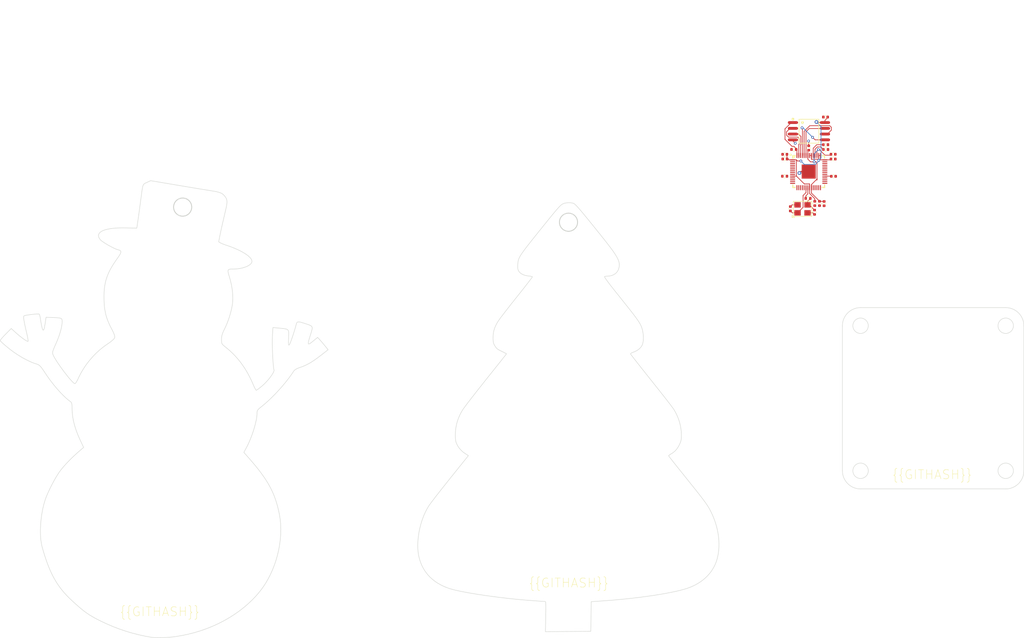
<source format=kicad_pcb>
(kicad_pcb (version 20221018) (generator pcbnew)
  (layers (0 "F.Cu" signal) (31 "B.Cu" signal) (34 "B.Paste" user) (35 "F.Paste" user) (36 "B.SilkS" user "B.Silkscreen") (37 "F.SilkS" user "F.Silkscreen") (38 "B.Mask" user) (39 "F.Mask" user) (44 "Edge.Cuts" user))
  (net 0 "")
  (net 1 "cs")
  (net 2 "io1")
  (net 3 "io2")
  (net 4 "gnd")
  (net 5 "vcc")
  (net 6 "io3")
  (net 7 "sck")
  (net 8 "io0")
  (net 9 "xout")
  (net 10 "out")
  (net 11 "cs-1")
  (net 12 "dp")
  (net 13 "dm")
  (net 14 "tx")
  (net 15 "run")
  (net 16 "xin")
  (net 17 "gpio0")
  (net 18 "gpio1")
  (net 19 "gpio2")
  (net 20 "gpio3")
  (net 21 "rx")
  (net 22 "sda")
  (net 23 "gpio6")
  (net 24 "gpio7")
  (net 25 "miso")
  (net 26 "scl")
  (net 27 "sck-1")
  (net 28 "mosi")
  (net 29 "gpio12")
  (net 30 "gpio13")
  (net 31 "gpio14")
  (net 32 "gpio15")
  (net 33 "micro-vcc")
  (net 34 "swclk")
  (net 35 "swdio")
  (net 36 "gpio16")
  (net 37 "gpio17")
  (net 38 "gpio18")
  (net 39 "gpio19")
  (net 40 "gpio22")
  (net 41 "gpio23")
  (net 42 "gpio24")
  (net 43 "gpio25")
  (net 44 "gpio26_a0")
  (net 45 "gpio27_a1")
  (net 46 "gpio28_a2")
  (net 47 "gpio29_a3")
  (net 48 "usb_dp")
  (net 49 "usb_dm")
  (footprint "lib:R0402" (layer "F.Cu") (at 217.920329 41.840176)
    (fp_text reference "R4" hide)
    (fp_text value "62.5mW Thick Film Resistors ±100ppm/℃ ±1% 27Ω 0402  Chip Resistor - Surface Mount ROHS")
  )
  (footprint "lib:R0402" (layer "F.Cu") (at 210.904604 42.889211)
    (fp_text reference "R2" hide)
    (fp_text value "62.5mW Thick Film Resistors ±100ppm/℃ ±1% 10kΩ 0402  Chip Resistor - Surface Mount ROHS")
  )
  (footprint "lib:C0402" (layer "F.Cu") (at 208.912154 43.961023 180)
    (fp_text reference "C5" hide)
    (fp_text value "16V 100nF X7R ±10% 0402  Multilayer Ceramic Capacitors MLCC - SMD/SMT ROHS")
  )
  (footprint "lib:C0402" (layer "F.Cu") (at 210.145978 55.97333 90)
    (fp_text reference "C1" hide)
    (fp_text value "50V 20pF C0G ±5% 0402  Multilayer Ceramic Capacitors MLCC - SMD/SMT ROHS")
  )
  (footprint "lib:C0402" (layer "F.Cu") (at 219.647836 48.812532)
    (fp_text reference "C7" hide)
    (fp_text value "16V 100nF X7R ±10% 0402  Multilayer Ceramic Capacitors MLCC - SMD/SMT ROHS")
  )
  (footprint "lib:C0402" (layer "F.Cu") (at 216.569449 54.811118 -90)
    (fp_text reference "C11" hide)
    (fp_text value "16V 100nF X7R ±10% 0402  Multilayer Ceramic Capacitors MLCC - SMD/SMT ROHS")
  )
  (footprint "lib:C0402" (layer "F.Cu") (at 219.572229 43.949483)
    (fp_text reference "C10" hide)
    (fp_text value "16V 100nF X7R ±10% 0402  Multilayer Ceramic Capacitors MLCC - SMD/SMT ROHS")
  )
  (footprint "lib:C0402" (layer "F.Cu") (at 214.178902 42.565059 90)
    (fp_text reference "C9" hide)
    (fp_text value "16V 100nF X7R ±10% 0402  Multilayer Ceramic Capacitors MLCC - SMD/SMT ROHS")
  )
  (footprint "lib:C0402" (layer "F.Cu") (at 217.583653 54.839553 -90)
    (fp_text reference "C12" hide)
    (fp_text value "25V 1uF X5R ±10% 0402  Multilayer Ceramic Capacitors MLCC - SMD/SMT ROHS")
  )
  (footprint "lib:C0402" (layer "F.Cu") (at 215.470099 56.743259 -90)
    (fp_text reference "C2" hide)
    (fp_text value "50V 20pF C0G ±5% 0402  Multilayer Ceramic Capacitors MLCC - SMD/SMT ROHS")
  )
  (footprint "lib:R0402" (layer "F.Cu") (at 217.933285 42.902631 180)
    (fp_text reference "R5" hide)
    (fp_text value "62.5mW Thick Film Resistors ±100ppm/℃ ±1% 27Ω 0402  Chip Resistor - Surface Mount ROHS")
  )
  (footprint "lib:OSC-SMD_4P-L3.2-W2.5-BL" (layer "F.Cu") (at 212.827034 55.996559)
    (fp_text reference "U2" hide)
    (fp_text value "")
  )
  (footprint "lib:C0402" (layer "F.Cu") (at 217.892441 35.744532 180)
    (fp_text reference "C8" hide)
    (fp_text value "25V 1uF X5R ±10% 0402  Multilayer Ceramic Capacitors MLCC - SMD/SMT ROHS")
  )
  (footprint "lib:R0402" (layer "F.Cu") (at 214.029061 53.688372)
    (fp_text reference "R3" hide)
    (fp_text value "62.5mW Thick Film Resistors ±100ppm/℃ ±1% 1kΩ 0402  Chip Resistor - Surface Mount ROHS")
  )
  (footprint "lib:C0402" (layer "F.Cu") (at 215.522494 54.811118 -90)
    (fp_text reference "C3" hide)
    (fp_text value "16V 100nF X7R ±10% 0402  Multilayer Ceramic Capacitors MLCC - SMD/SMT ROHS")
  )
  (footprint "lib:LQFN-56_L7.0-W7.0-P0.4-EP" (layer "F.Cu") (at 214.19 47.775)
    (fp_text reference "U1" hide)
    (fp_text value "")
  )
  (footprint "lib:R0402" (layer "F.Cu") (at 208.882969 48.794128 180)
    (fp_text reference "R1" hide)
    (fp_text value "62.5mW Thick Film Resistors ±100ppm/℃ ±1% 10kΩ 0402  Chip Resistor - Surface Mount ROHS")
  )
  (footprint "lib:C0402" (layer "F.Cu") (at 208.94019 44.999749 180)
    (fp_text reference "C6" hide)
    (fp_text value "16V 100nF X7R ±10% 0402  Multilayer Ceramic Capacitors MLCC - SMD/SMT ROHS")
  )
  (footprint "lib:C0402" (layer "F.Cu") (at 219.572229 45.006223)
    (fp_text reference "C4" hide)
    (fp_text value "16V 100nF X7R ±10% 0402  Multilayer Ceramic Capacitors MLCC - SMD/SMT ROHS")
  )
  (footprint "lib:SOIC-8_L5.3-W5.3-P1.27-LS8.0-BL" (layer "F.Cu") (at 214.240314 38.866072 -90)
    (fp_text reference "U3" hide)
    (fp_text value "")
  )
  (gr_circle (center 225.62 81.79) (end 227.32 81.79) (stroke (width 0.1)) (fill none) (layer "Edge.Cuts"))
  (gr_circle (center 257.62 113.79) (end 259.32 113.79) (stroke (width 0.1)) (fill none) (layer "Edge.Cuts"))
  (gr_circle (center 257.62 81.79) (end 259.32 81.79) (stroke (width 0.1)) (fill none) (layer "Edge.Cuts"))
  (gr_poly (pts (xy 75.142222 50.797022) (xy 79.756606 51.568267) (xy 82.366969 51.99203) (xy 83.019066 52.095762) (xy 83.303876 52.146979) (xy 83.563537 52.198618) (xy 83.799806 52.251323) (xy 84.01444 52.305736) (xy 84.209196 52.362498) (xy 84.385831 52.422252) (xy 84.546102 52.485641) (xy 84.691766 52.553306) (xy 84.824581 52.62589) (xy 84.946303 52.704035) (xy 85.05869 52.788383) (xy 85.163499 52.879577) (xy 85.262486 52.978258) (xy 85.357409 53.08507) (xy 85.479286 53.234958) (xy 85.586233 53.378736) (xy 85.634185 53.44915) (xy 85.678498 53.519015) (xy 85.719202 53.588656) (xy 85.75633 53.658402) (xy 85.789911 53.728576) (xy 85.819976 53.799506) (xy 85.846558 53.871517) (xy 85.869686 53.944936) (xy 85.889392 54.020089) (xy 85.905707 54.097301) (xy 85.918662 54.176899) (xy 85.928287 54.259209) (xy 85.934615 54.344557) (xy 85.937675 54.433269) (xy 85.937499 54.525672) (xy 85.934119 54.62209) (xy 85.927564 54.722851) (xy 85.917866 54.82828) (xy 85.889166 55.054449) (xy 85.848266 55.303204) (xy 85.795414 55.577155) (xy 85.730859 55.878909) (xy 85.654849 56.211077) (xy 84.878546 59.55341) (xy 84.657875 60.550977) (xy 84.450892 61.532488) (xy 84.331406 62.116419) (xy 84.229648 62.629765) (xy 84.15639 63.017063) (xy 84.122409 63.222849) (xy 84.123062 63.236814) (xy 84.127967 63.251873) (xy 84.137065 63.268001) (xy 84.150302 63.285171) (xy 84.167619 63.303357) (xy 84.188962 63.322534) (xy 84.214273 63.342674) (xy 84.243497 63.363751) (xy 84.313454 63.408613) (xy 84.398381 63.456909) (xy 84.497828 63.50843) (xy 84.611342 63.562966) (xy 84.738473 63.620306) (xy 84.878767 63.680241) (xy 85.031775 63.742561) (xy 85.197043 63.807056) (xy 85.374121 63.873515) (xy 85.562558 63.94173) (xy 85.7619 64.011489) (xy 85.971698 64.082583) (xy 86.585981 64.296029) (xy 87.172975 64.516947) (xy 87.730729 64.744054) (xy 88.257293 64.976069) (xy 88.75072 65.211708) (xy 89.209058 65.449689) (xy 89.63036 65.68873) (xy 90.012676 65.927548) (xy 90.354056 66.16486) (xy 90.652552 66.399385) (xy 90.906214 66.629839) (xy 91.113092 66.85494) (xy 91.271238 67.073405) (xy 91.378702 67.283953) (xy 91.412819 67.385857) (xy 91.433535 67.485301) (xy 91.440605 67.582123) (xy 91.433787 67.676165) (xy 91.41712 67.753004) (xy 91.390362 67.829368) (xy 91.35383 67.905131) (xy 91.307839 67.980165) (xy 91.252707 68.054343) (xy 91.188749 68.12754) (xy 91.116281 68.199626) (xy 91.03562 68.270477) (xy 90.947082 68.339964) (xy 90.850984 68.407961) (xy 90.747641 68.47434) (xy 90.637371 68.538975) (xy 90.520488 68.601739) (xy 90.39731 68.662505) (xy 90.268153 68.721145) (xy 90.133332 68.777534) (xy 89.993165 68.831543) (xy 89.847967 68.883047) (xy 89.543745 68.978027) (xy 89.223197 69.06146) (xy 88.888852 69.132329) (xy 88.54324 69.189618) (xy 88.188892 69.232313) (xy 88.009232 69.24787) (xy 87.828337 69.259397) (xy 87.646523 69.266767) (xy 87.464106 69.269854) (xy 87.202959 69.272042) (xy 86.97453 69.277492) (xy 86.777472 69.288473) (xy 86.690288 69.296746) (xy 86.610443 69.307253) (xy 86.537768 69.320276) (xy 86.472096 69.3361) (xy 86.413258 69.355009) (xy 86.361087 69.377285) (xy 86.315414 69.403211) (xy 86.276071 69.433073) (xy 86.24289 69.467154) (xy 86.215703 69.505736) (xy 86.194342 69.549103) (xy 86.178638 69.59754) (xy 86.168424 69.65133) (xy 86.163532 69.710755) (xy 86.163793 69.776101) (xy 86.169039 69.847649) (xy 86.179102 69.925685) (xy 86.193814 70.010491) (xy 86.236514 70.20155) (xy 86.295792 70.423093) (xy 86.370304 70.677389) (xy 86.458705 70.966708) (xy 86.582128 71.384478) (xy 86.694998 71.803093) (xy 86.797211 72.221567) (xy 86.888665 72.638919) (xy 86.969257 73.054166) (xy 87.038885 73.466323) (xy 87.097447 73.874409) (xy 87.144838 74.277439) (xy 87.180958 74.674432) (xy 87.205702 75.064404) (xy 87.21897 75.446371) (xy 87.220657 75.819352) (xy 87.210662 76.182361) (xy 87.188881 76.534418) (xy 87.155212 76.874538) (xy 87.109553 77.201739) (xy 86.986123 77.871628) (xy 86.830027 78.558912) (xy 86.643845 79.255662) (xy 86.430157 79.953949) (xy 86.19154 80.645848) (xy 85.930575 81.323429) (xy 85.649841 81.978766) (xy 85.351916 82.60393) (xy 85.189192 82.938586) (xy 85.118752 83.093315) (xy 85.055229 83.240939) (xy 84.998352 83.382431) (xy 84.947849 83.518761) (xy 84.903447 83.650903) (xy 84.864875 83.779828) (xy 84.831859 83.906506) (xy 84.804129 84.031911) (xy 84.781412 84.157013) (xy 84.763435 84.282785) (xy 84.749927 84.410197) (xy 84.740615 84.540223) (xy 84.735228 84.673833) (xy 84.733493 84.811999) (xy 84.736223 85.129082) (xy 84.741369 85.261496) (xy 84.750575 85.379459) (xy 84.764997 85.485194) (xy 84.774524 85.534172) (xy 84.785789 85.580928) (xy 84.798934 85.625739) (xy 84.814106 85.668884) (xy 84.831447 85.710641) (xy 84.851104 85.751288) (xy 84.873219 85.791103) (xy 84.897937 85.830364) (xy 84.925403 85.869349) (xy 84.955761 85.908337) (xy 84.989155 85.947605) (xy 85.02573 85.987432) (xy 85.109 86.069873) (xy 85.206725 86.157886) (xy 85.320061 86.253696) (xy 85.598185 86.477602) (xy 86.096863 86.886277) (xy 86.577755 87.306529) (xy 87.04138 87.739064) (xy 87.488258 88.184586) (xy 87.918909 88.6438) (xy 88.333852 89.117412) (xy 88.733607 89.606125) (xy 89.118694 90.110646) (xy 89.489632 90.631678) (xy 89.846941 91.169927) (xy 90.19114 91.726098) (xy 90.52275 92.300895) (xy 90.84229 92.895024) (xy 91.150279 93.509189) (xy 91.447237 94.144095) (xy 91.733683 94.800448) (xy 91.84059 95.047283) (xy 91.945802 95.277558) (xy 92.046625 95.486234) (xy 92.140364 95.668271) (xy 92.224324 95.818627) (xy 92.295813 95.932265) (xy 92.326039 95.973739) (xy 92.352136 96.004143) (xy 92.373767 96.022848) (xy 92.382804 96.027616) (xy 92.390597 96.029223) (xy 92.399173 96.028006) (xy 92.410522 96.024397) (xy 92.441219 96.010237) (xy 92.482045 95.987221) (xy 92.53236 95.955824) (xy 92.591521 95.916524) (xy 92.658887 95.869798) (xy 92.815666 95.755976) (xy 92.997564 95.618173) (xy 93.199447 95.460204) (xy 93.416182 95.285885) (xy 93.642634 95.099032) (xy 93.891007 94.882848) (xy 94.141366 94.648628) (xy 94.390948 94.400061) (xy 94.636991 94.140836) (xy 94.87673 93.874641) (xy 95.107403 93.605164) (xy 95.326247 93.336095) (xy 95.530498 93.071122) (xy 95.717394 92.813933) (xy 95.884171 92.568218) (xy 96.028066 92.337665) (xy 96.146316 92.125962) (xy 96.236159 91.936798) (xy 96.294829 91.773863) (xy 96.311612 91.703383) (xy 96.319566 91.640844) (xy 96.318345 91.586706) (xy 96.307605 91.54143) (xy 96.264441 91.378418) (xy 96.221593 91.121805) (xy 96.138989 90.373142) (xy 96.064068 89.386161) (xy 96.001109 88.251583) (xy 95.954389 87.060129) (xy 95.928186 85.902519) (xy 95.926777 84.869474) (xy 95.95444 84.051714) (xy 96.07471 82.177477) (xy 97.36716 82.304781) (xy 98.13507 82.379263) (xy 98.441266 82.413109) (xy 98.700599 82.449744) (xy 98.916803 82.492956) (xy 99.009898 82.518212) (xy 99.09361 82.546534) (xy 99.168406 82.578395) (xy 99.234753 82.614268) (xy 99.293117 82.654627) (xy 99.343964 82.699946) (xy 99.387763 82.750698) (xy 99.424978 82.807357) (xy 99.456076 82.870396) (xy 99.481525 82.94029) (xy 99.501791 83.017511) (xy 99.51734 83.102533) (xy 99.536155 83.297877) (xy 99.541702 83.530109) (xy 99.537716 83.803018) (xy 99.51607 84.486025) (xy 99.501811 85.019341) (xy 99.495778 85.429631) (xy 99.49953 85.727933) (xy 99.505563 85.838537) (xy 99.514626 85.925284) (xy 99.526915 85.989553) (xy 99.542625 86.032723) (xy 99.551823 86.046828) (xy 99.56195 86.056175) (xy 99.573029 86.060938) (xy 99.585085 86.061289) (xy 99.612224 86.049443) (xy 99.643564 86.022019) (xy 99.679299 85.980395) (xy 99.719623 85.925951) (xy 99.770963 85.835961) (xy 99.83738 85.6921) (xy 100.00736 85.267042) (xy 100.213404 84.699332) (xy 100.439353 84.037526) (xy 100.669049 83.330178) (xy 100.886332 82.625845) (xy 101.075044 81.973082) (xy 101.219027 81.420443) (xy 101.232451 81.367288) (xy 101.246658 81.317349) (xy 101.261814 81.270604) (xy 101.278084 81.227032) (xy 101.295634 81.186611) (xy 101.314631 81.149321) (xy 101.33524 81.115138) (xy 101.357628 81.084043) (xy 101.381959 81.056013) (xy 101.4084 81.031027) (xy 101.437117 81.009064) (xy 101.468275 80.990102) (xy 101.502041 80.974119) (xy 101.538581 80.961095) (xy 101.578059 80.951007) (xy 101.620643 80.943835) (xy 101.666497 80.939556) (xy 101.715788 80.938149) (xy 101.768682 80.939594) (xy 101.825345 80.943867) (xy 101.885942 80.950949) (xy 101.950639 80.960817) (xy 102.019603 80.97345) (xy 102.092998 80.988826) (xy 102.170992 81.006924) (xy 102.253749 81.027723) (xy 102.434219 81.077337) (xy 102.635734 81.137495) (xy 102.859622 81.208025) (xy 103.581471 81.438726) (xy 103.868146 81.535185) (xy 104.108644 81.625316) (xy 104.212356 81.669476) (xy 104.305459 81.713816) (xy 104.388264 81.758923) (xy 104.461082 81.805384) (xy 104.524226 81.853787) (xy 104.578006 81.904719) (xy 104.622735 81.958768) (xy 104.658725 82.01652) (xy 104.686285 82.078563) (xy 104.705729 82.145484) (xy 104.717368 82.217871) (xy 104.721513 82.296311) (xy 104.718476 82.381392) (xy 104.708568 82.4737) (xy 104.692102 82.573823) (xy 104.669388 82.682348) (xy 104.606464 82.926954) (xy 104.522289 83.212218) (xy 104.300158 83.92351) (xy 104.076968 84.658354) (xy 103.993442 84.95378) (xy 103.929762 85.203046) (xy 103.886777 85.407528) (xy 103.865337 85.568604) (xy 103.862962 85.633296) (xy 103.866292 85.687652) (xy 103.875434 85.731846) (xy 103.890492 85.766049) (xy 103.911574 85.790433) (xy 103.938786 85.805172) (xy 103.972234 85.810436) (xy 104.012025 85.806398) (xy 104.058263 85.79323) (xy 104.111056 85.771105) (xy 104.236732 85.700671) (xy 104.3899 85.596472) (xy 104.571411 85.459887) (xy 105.02286 85.095065) (xy 105.918216 84.355181) (xy 106.388476 84.86751) (xy 106.496975 84.987739) (xy 106.625318 85.133369) (xy 106.92254 85.478508) (xy 107.242155 85.858286) (xy 107.546176 86.22806) (xy 108.2336 87.076296) (xy 106.72333 88.254687) (xy 106.031007 88.783192) (xy 105.392025 89.245391) (xy 105.089314 89.453516) (xy 104.796071 89.647331) (xy 104.511007 89.827593) (xy 104.232833 89.995056) (xy 103.960259 90.150478) (xy 103.691998 90.294613) (xy 103.426759 90.428217) (xy 103.163254 90.552046) (xy 102.900193 90.666855) (xy 102.636288 90.773401) (xy 102.370249 90.872439) (xy 102.100787 90.964724) (xy 101.955978 91.013649) (xy 101.818902 91.062832) (xy 101.689432 91.112348) (xy 101.567439 91.162273) (xy 101.452795 91.212683) (xy 101.345371 91.263651) (xy 101.245039 91.315254) (xy 101.151671 91.367567) (xy 101.065138 91.420665) (xy 100.985313 91.474624) (xy 100.912065 91.529517) (xy 100.845269 91.585421) (xy 100.784794 91.642412) (xy 100.730512 91.700563) (xy 100.682296 91.759951) (xy 100.640017 91.82065) (xy 100.313962 92.312951) (xy 99.958065 92.82026) (xy 99.575318 93.339289) (xy 99.168711 93.866747) (xy 98.741234 94.399346) (xy 98.295878 94.933795) (xy 97.835635 95.466804) (xy 97.363494 95.995083) (xy 96.882446 96.515343) (xy 96.395482 97.024295) (xy 95.905593 97.518647) (xy 95.415769 97.995111) (xy 94.929002 98.450396) (xy 94.44828 98.881213) (xy 93.976596 99.284272) (xy 93.51694 99.656283) (xy 93.364132 99.777198) (xy 93.228349 99.887118) (xy 93.108601 99.987555) (xy 93.003899 100.080022) (xy 92.913256 100.166032) (xy 92.835682 100.247098) (xy 92.770188 100.324733) (xy 92.741662 100.362737) (xy 92.715786 100.40045) (xy 92.692435 100.438062) (xy 92.671487 100.475762) (xy 92.652817 100.513738) (xy 92.636302 100.552181) (xy 92.621819 100.591279) (xy 92.609244 100.631221) (xy 92.589322 100.714395) (xy 92.575548 100.803215) (xy 92.566934 100.899195) (xy 92.56249 101.003847) (xy 92.561229 101.118685) (xy 92.548214 101.459191) (xy 92.510172 101.840399) (xy 92.448603 102.257479) (xy 92.365007 102.705605) (xy 92.260885 103.179948) (xy 92.137739 103.675679) (xy 91.997068 104.187971) (xy 91.840373 104.711996) (xy 91.669155 105.242926) (xy 91.484915 105.775933) (xy 91.289154 106.306188) (xy 91.083372 106.828864) (xy 90.86907 107.339132) (xy 90.647749 107.832164) (xy 90.420909 108.303133) (xy 90.190051 108.74721) (xy 89.658061 109.729433) (xy 90.799319 111.025652) (xy 91.552256 111.894452) (xy 92.247519 112.726345) (xy 92.887901 113.52649) (xy 93.476195 114.300047) (xy 94.015193 115.052178) (xy 94.507688 115.788042) (xy 94.956473 116.5128) (xy 95.364341 117.231612) (xy 95.734083 117.949638) (xy 96.068493 118.672038) (xy 96.370364 119.403974) (xy 96.642488 120.150605) (xy 96.887657 120.917091) (xy 97.108665 121.708593) (xy 97.308304 122.530271) (xy 97.489367 123.387286) (xy 97.659586 124.435519) (xy 97.764545 125.512723) (xy 97.805707 126.613102) (xy 97.784533 127.73086) (xy 97.702485 128.860202) (xy 97.561026 129.995332) (xy 97.361618 131.130454) (xy 97.105722 132.259774) (xy 96.794801 133.377494) (xy 96.430316 134.47782) (xy 96.01373 135.554956) (xy 95.546505 136.603107) (xy 95.030102 137.616476) (xy 94.465984 138.589268) (xy 93.855613 139.515689) (xy 93.20045 140.389941) (xy 92.386005 141.350273) (xy 91.510226 142.273552) (xy 90.576227 143.158109) (xy 89.587122 144.002278) (xy 88.546024 144.80439) (xy 87.456048 145.562779) (xy 86.320308 146.275777) (xy 85.141916 146.941716) (xy 83.923988 147.558929) (xy 82.669636 148.125749) (xy 81.381976 148.640508) (xy 80.06412 149.101539) (xy 78.719182 149.507174) (xy 77.350277 149.855747) (xy 75.960518 150.145589) (xy 74.553019 150.375033) (xy 73.862872 150.459306) (xy 73.131633 150.525975) (xy 72.383923 150.574372) (xy 71.644361 150.603827) (xy 70.93757 150.613671) (xy 70.288169 150.603235) (xy 69.720779 150.57185) (xy 69.475532 150.548093) (xy 69.26002 150.518847) (xy 69.260051 150.518832) (xy 67.831835 150.262486) (xy 66.416949 149.953785) (xy 65.016193 149.592984) (xy 63.630368 149.180338) (xy 62.260274 148.716103) (xy 60.90671 148.200532) (xy 59.570477 147.633881) (xy 58.252375 147.016405) (xy 57.283074 146.528505) (xy 56.847829 146.298277) (xy 56.438641 146.072324) (xy 56.050351 145.846994) (xy 55.6778 145.618633) (xy 55.315827 145.383588) (xy 54.959273 145.138205) (xy 54.602979 144.87883) (xy 54.241783 144.601811) (xy 53.870528 144.303492) (xy 53.484054 143.980222) (xy 52.644807 143.244211) (xy 51.682765 142.36455) (xy 51.097036 141.804159) (xy 50.54538 141.238954) (xy 50.025658 140.665073) (xy 49.535731 140.078649) (xy 49.07346 139.475819) (xy 48.636705 138.852719) (xy 48.223328 138.205483) (xy 47.831189 137.530249) (xy 47.458149 136.823151) (xy 47.10207 136.080325) (xy 46.760812 135.297907) (xy 46.432236 134.472032) (xy 46.114202 133.598836) (xy 45.804573 132.674455) (xy 45.501208 131.695024) (xy 45.201968 130.656679) (xy 45.078569 130.147371) (xy 44.978794 129.594224) (xy 44.90231 129.00242) (xy 44.848785 128.377144) (xy 44.817886 127.723579) (xy 44.809281 127.046907) (xy 44.822637 126.352311) (xy 44.857621 125.644974) (xy 44.913901 124.93008) (xy 44.991145 124.212811) (xy 45.089019 123.498351) (xy 45.207191 122.791883) (xy 45.345328 122.098589) (xy 45.503099 121.423652) (xy 45.68017 120.772256) (xy 45.876208 120.149584) (xy 46.005143 119.787909) (xy 46.154924 119.401263) (xy 46.508073 118.570286) (xy 46.917749 117.69111) (xy 47.366047 116.79819) (xy 47.83506 115.92598) (xy 48.306883 115.108937) (xy 48.76361 114.381515) (xy 48.980717 114.062179) (xy 49.187335 113.77817) (xy 49.387433 113.519297) (xy 49.599256 113.255538) (xy 50.056372 112.715109) (xy 50.555279 112.160374) (xy 51.092575 111.594824) (xy 51.664855 111.021952) (xy 52.268718 110.445248) (xy 52.900758 109.868205) (xy 53.557574 109.294314) (xy 54.329783 108.634142) (xy 53.616031 107.110232) (xy 53.390001 106.6154) (xy 53.179365 106.128819) (xy 52.984012 105.650049) (xy 52.803829 105.178652) (xy 52.638704 104.71419) (xy 52.488525 104.256224) (xy 52.353181 103.804315) (xy 52.232559 103.358025) (xy 52.126547 102.916915) (xy 52.035034 102.480548) (xy 51.957906 102.048484) (xy 51.895053 101.620284) (xy 51.846363 101.195511) (xy 51.811722 100.773726) (xy 51.79102 100.35449) (xy 51.784144 99.937365) (xy 51.780657 99.620612) (xy 51.776007 99.482669) (xy 51.769161 99.357285) (xy 51.759927 99.243666) (xy 51.748111 99.141014) (xy 51.733519 99.048534) (xy 51.715958 98.96543) (xy 51.695233 98.890904) (xy 51.671153 98.824161) (xy 51.643523 98.764406) (xy 51.612149 98.71084) (xy 51.576839 98.662669) (xy 51.537399 98.619096) (xy 51.493635 98.579325) (xy 51.445353 98.542559) (xy 51.149902 98.324092) (xy 50.839064 98.073347) (xy 50.514896 97.792628) (xy 50.179453 97.484238) (xy 49.834791 97.150482) (xy 49.482966 96.793665) (xy 49.126033 96.41609) (xy 48.766047 96.020062) (xy 48.405065 95.607885) (xy 48.045142 95.181864) (xy 47.688333 94.744302) (xy 47.336694 94.297504) (xy 46.992281 93.843774) (xy 46.657149 93.385417) (xy 46.333354 92.924737) (xy 46.022952 92.464037) (xy 45.611719 91.844971) (xy 45.279782 91.362091) (xy 45.137757 91.165551) (xy 45.008606 90.995655) (xy 44.89001 90.849933) (xy 44.779654 90.725918) (xy 44.675221 90.621143) (xy 44.574392 90.533138) (xy 44.474852 90.459437) (xy 44.374284 90.397571) (xy 44.27037 90.345073) (xy 44.160793 90.299474) (xy 44.043237 90.258307) (xy 43.915385 90.219103) (xy 43.593888 90.117525) (xy 43.255864 89.996009) (xy 42.903268 89.855657) (xy 42.538058 89.697573) (xy 42.162189 89.522858) (xy 41.777618 89.332616) (xy 41.386301 89.127951) (xy 40.990194 88.909964) (xy 40.591254 88.679759) (xy 40.191438 88.438438) (xy 39.792701 88.187105) (xy 39.396999 87.926862) (xy 39.00629 87.658812) (xy 38.622529 87.384058) (xy 38.247673 87.103703) (xy 37.883677 86.81885) (xy 37.49456 86.502783) (xy 37.131548 86.199554) (xy 36.802586 85.916398) (xy 36.515619 85.660548) (xy 36.278593 85.439239) (xy 36.099452 85.259705) (xy 36.034071 85.187865) (xy 35.986141 85.129182) (xy 35.956654 85.08456) (xy 35.946605 85.054903) (xy 35.948192 85.042433) (xy 35.952903 85.026953) (xy 35.971384 84.987332) (xy 36.001425 84.936776) (xy 36.042403 84.876021) (xy 36.093695 84.805804) (xy 36.154681 84.726859) (xy 36.224736 84.639924) (xy 36.303239 84.545735) (xy 36.389567 84.445026) (xy 36.483097 84.338536) (xy 36.689276 84.11115) (xy 36.916796 83.869466) (xy 37.037003 83.745102) (xy 37.160678 83.619372) (xy 38.374759 82.395922) (xy 39.365809 83.301684) (xy 39.814301 83.698656) (xy 40.266196 84.075272) (xy 40.704205 84.419302) (xy 41.111041 84.718514) (xy 41.469414 84.960676) (xy 41.625024 85.056541) (xy 41.762035 85.133557) (xy 41.878286 85.190195) (xy 41.971615 85.224926) (xy 42.039863 85.236222) (xy 42.063905 85.232603) (xy 42.080867 85.222552) (xy 42.085566 85.215268) (xy 42.089233 85.203934) (xy 42.093537 85.169549) (xy 42.093921 85.120268) (xy 42.090523 85.056964) (xy 42.083485 84.98051) (xy 42.072948 84.891778) (xy 42.059051 84.79164) (xy 42.041937 84.68097) (xy 41.998614 84.43152) (xy 41.944105 84.150408) (xy 41.879534 83.844615) (xy 41.806025 83.52112) (xy 41.578977 82.541169) (xy 41.399614 81.732306) (xy 41.265507 81.079136) (xy 41.174225 80.56626) (xy 41.123338 80.17828) (xy 41.112283 80.026315) (xy 41.110416 79.899799) (xy 41.117432 79.796809) (xy 41.133029 79.71542) (xy 41.156901 79.653706) (xy 41.188746 79.609743) (xy 41.213078 79.592846) (xy 41.252556 79.575085) (xy 41.372962 79.537437) (xy 41.541984 79.497733) (xy 41.751641 79.456905) (xy 42.26094 79.37561) (xy 42.837013 79.301016) (xy 43.416018 79.240586) (xy 43.934111 79.201782) (xy 44.150364 79.192822) (xy 44.327447 79.192067) (xy 44.45738 79.20045) (xy 44.532183 79.218905) (xy 44.538527 79.223215) (xy 44.545097 79.229471) (xy 44.551878 79.23762) (xy 44.558855 79.247608) (xy 44.573336 79.272888) (xy 44.588416 79.304879) (xy 44.603974 79.343154) (xy 44.619887 79.387282) (xy 44.636031 79.436835) (xy 44.652284 79.491383) (xy 44.668525 79.550496) (xy 44.684629 79.613746) (xy 44.700475 79.680703) (xy 44.715939 79.750937) (xy 44.7309 79.82402) (xy 44.745234 79.899521) (xy 44.75882 79.977012) (xy 44.771533 80.056063) (xy 44.946351 81.130774) (xy 45.025944 81.564983) (xy 45.101061 81.931234) (xy 45.172253 82.230134) (xy 45.24007 82.462288) (xy 45.305063 82.628302) (xy 45.336673 82.686696) (xy 45.367783 82.728781) (xy 45.398463 82.754634) (xy 45.428781 82.764331) (xy 45.458807 82.757947) (xy 45.488608 82.735557) (xy 45.518254 82.697238) (xy 45.547814 82.643066) (xy 45.606951 82.487462) (xy 45.666568 82.269351) (xy 45.727218 81.98934) (xy 45.78945 81.648032) (xy 45.853816 81.246035) (xy 46.055377 79.918581) (xy 47.417926 79.96628) (xy 48.109143 79.993687) (xy 48.392021 80.009194) (xy 48.636741 80.027435) (xy 48.846051 80.049559) (xy 49.022696 80.076715) (xy 49.169424 80.110051) (xy 49.288982 80.150717) (xy 49.339431 80.174158) (xy 49.384117 80.199861) (xy 49.423385 80.227972) (xy 49.457577 80.258632) (xy 49.487036 80.291987) (xy 49.512107 80.32818) (xy 49.533132 80.367353) (xy 49.550455 80.409652) (xy 49.575367 80.504197) (xy 49.589592 80.612965) (xy 49.595876 80.737105) (xy 49.596965 80.877764) (xy 49.590289 81.099803) (xy 49.571905 81.336737) (xy 49.542029 81.587807) (xy 49.500879 81.852253) (xy 49.448672 82.129318) (xy 49.385623 82.418243) (xy 49.311951 82.718269) (xy 49.227873 83.028637) (xy 49.133604 83.34859) (xy 49.029362 83.677367) (xy 48.915364 84.014212) (xy 48.791827 84.358364) (xy 48.658967 84.709065) (xy 48.517002 85.065558) (xy 48.366148 85.427082) (xy 48.206622 85.792879) (xy 47.949769 86.374791) (xy 47.755997 86.832451) (xy 47.68104 87.021721) (xy 47.619784 87.188367) (xy 47.571537 87.335205) (xy 47.535609 87.465048) (xy 47.511311 87.580709) (xy 47.497952 87.685002) (xy 47.494842 87.78074) (xy 47.501291 87.870737) (xy 47.516609 87.957807) (xy 47.540106 88.044763) (xy 47.571091 88.134418) (xy 47.608874 88.229586) (xy 47.761079 88.551834) (xy 47.975096 88.939463) (xy 48.241913 89.380584) (xy 48.55252 89.863307) (xy 49.269066 90.905997) (xy 50.052651 91.972411) (xy 50.831193 92.967426) (xy 51.196047 93.408433) (xy 51.532609 93.795921) (xy 51.831869 94.117998) (xy 52.084818 94.362774) (xy 52.282443 94.518359) (xy 52.357694 94.558989) (xy 52.415736 94.572863) (xy 52.426811 94.571375) (xy 52.439084 94.56696) (xy 52.452509 94.559691) (xy 52.467041 94.549641) (xy 52.482633 94.536883) (xy 52.499239 94.521489) (xy 52.516813 94.503532) (xy 52.535309 94.483086) (xy 52.574881 94.435018) (xy 52.617586 94.377866) (xy 52.663055 94.312214) (xy 52.710918 94.238646) (xy 52.760808 94.157745) (xy 52.812354 94.070093) (xy 52.865187 93.976276) (xy 52.918939 93.876875) (xy 52.97324 93.772474) (xy 53.02772 93.663657) (xy 53.082012 93.551007) (xy 53.135745 93.435107) (xy 53.405424 92.869327) (xy 53.69623 92.311615) (xy 54.007442 91.76282) (xy 54.338342 91.223792) (xy 54.688208 90.695381) (xy 55.05632 90.178436) (xy 55.441958 89.673808) (xy 55.844402 89.182347) (xy 56.262932 88.704901) (xy 56.696828 88.242322) (xy 57.145369 87.795459) (xy 57.607836 87.365163) (xy 58.083508 86.952281) (xy 58.571665 86.557666) (xy 59.071586 86.182166) (xy 59.582553 85.826632) (xy 59.914962 85.598282) (xy 60.214172 85.3804) (xy 60.477869 85.17504) (xy 60.595674 85.077698) (xy 60.703732 84.984257) (xy 60.801753 84.894974) (xy 60.889447 84.810106) (xy 60.966524 84.72991) (xy 61.032694 84.654642) (xy 61.087669 84.584559) (xy 61.131158 84.519919) (xy 61.162872 84.460977) (xy 61.182521 84.407992) (xy 61.189444 84.378526) (xy 61.194656 84.347449) (xy 61.198136 84.314702) (xy 61.199864 84.280227) (xy 61.197977 84.205863) (xy 61.188829 84.123892) (xy 61.172254 84.033852) (xy 61.148084 83.935279) (xy 61.116154 83.82771) (xy 61.076297 83.71068) (xy 61.028345 83.583727) (xy 60.972134 83.446388) (xy 60.907495 83.298197) (xy 60.834263 83.138693) (xy 60.75227 82.967412) (xy 60.661351 82.783889) (xy 60.561339 82.587662) (xy 60.452067 82.378268) (xy 60.237971 81.961359) (xy 60.041673 81.555601) (xy 59.862568 81.158484) (xy 59.700049 80.767498) (xy 59.553508 80.380135) (xy 59.422339 79.993885) (xy 59.305935 79.60624) (xy 59.203689 79.21469) (xy 59.114995 78.816725) (xy 59.039245 78.409838) (xy 58.975833 77.991518) (xy 58.924151 77.559256) (xy 58.883594 77.110544) (xy 58.853553 76.642872) (xy 58.833423 76.153731) (xy 58.822596 75.640612) (xy 58.82378 75.019765) (xy 58.843433 74.425285) (xy 58.882591 73.854032) (xy 58.942291 73.302869) (xy 59.023569 72.768658) (xy 59.127459 72.248262) (xy 59.255 71.738542) (xy 59.407225 71.236361) (xy 59.585172 70.73858) (xy 59.789877 70.242062) (xy 60.022374 69.743669) (xy 60.283701 69.240263) (xy 60.574893 68.728705) (xy 60.896986 68.205859) (xy 61.251015 67.668586) (xy 61.638018 67.113749) (xy 61.84244 66.825076) (xy 62.020375 66.566593) (xy 62.17201 66.336298) (xy 62.29753 66.132187) (xy 62.397121 65.95226) (xy 62.470968 65.794512) (xy 62.498296 65.72333) (xy 62.519258 65.656942) (xy 62.533877 65.595098) (xy 62.542176 65.537547) (xy 62.544179 65.484039) (xy 62.539908 65.434323) (xy 62.529387 65.388151) (xy 62.512639 65.34527) (xy 62.489688 65.305431) (xy 62.460556 65.268384) (xy 62.425267 65.233878) (xy 62.383844 65.201662) (xy 62.33631 65.171487) (xy 62.282689 65.143103) (xy 62.157276 65.090703) (xy 62.007792 65.042459) (xy 61.834422 64.996371) (xy 61.657986 64.943069) (xy 61.445562 64.862593) (xy 61.203024 64.758325) (xy 60.93625 64.633653) (xy 60.353499 64.336631) (xy 59.744319 63.998608) (xy 59.155721 63.646664) (xy 58.634716 63.307879) (xy 58.414252 63.151884) (xy 58.228316 63.009334) (xy 58.082783 62.883614) (xy 57.983531 62.778109) (xy 57.869943 62.622242) (xy 57.777351 62.470362) (xy 57.705558 62.322559) (xy 57.654369 62.178917) (xy 57.623588 62.039526) (xy 57.613018 61.904471) (xy 57.622463 61.773839) (xy 57.651728 61.647718) (xy 57.700616 61.526195) (xy 57.768931 61.409356) (xy 57.856477 61.297289) (xy 57.963058 61.190081) (xy 58.088479 61.087819) (xy 58.232542 60.99059) (xy 58.395052 60.89848) (xy 58.575812 60.811578) (xy 58.774627 60.72997) (xy 58.991301 60.653743) (xy 59.225638 60.582984) (xy 59.477441 60.51778) (xy 59.746514 60.458218) (xy 60.032661 60.404385) (xy 60.335687 60.356369) (xy 60.655395 60.314256) (xy 60.991589 60.278134) (xy 61.344073 60.248089) (xy 61.712651 60.224208) (xy 62.097127 60.20658) (xy 62.497305 60.195289) (xy 62.912988 60.190424) (xy 63.343981 60.192072) (xy 63.790088 60.20032) (xy 66.056857 60.258219) (xy 66.273486 58.80189) (xy 66.542465 56.891029) (xy 66.884944 54.341891) (xy 67.190183 52.053843) (xy 67.248082 51.679802) (xy 67.303557 51.37005) (xy 67.359078 51.117137) (xy 67.417116 50.913616) (xy 67.48014 50.752035) (xy 67.55062 50.624945) (xy 67.631027 50.524898) (xy 67.72383 50.444442) (xy 67.831501 50.37613) (xy 67.956508 50.312512) (xy 68.268412 50.169558) (xy 69.100734 49.778315)) (stroke (width 0.1)) (fill none) (layer "Edge.Cuts"))
  (gr_arc (start 261.62 113.79) (mid 260.448427 116.618427) (end 257.62 117.79) (stroke (width 0.1)) (layer "Edge.Cuts"))
  (gr_arc (start 225.62 117.79) (mid 222.791573 116.618427) (end 221.62 113.79) (stroke (width 0.1)) (layer "Edge.Cuts"))
  (gr_line (start 261.62 113.79) (end 261.62 81.79) (stroke (width 0.1)) (layer "Edge.Cuts"))
  (gr_circle (center 161.229974 58.946031) (end 163.229974 58.946031) (stroke (width 0.2)) (fill none) (layer "Edge.Cuts"))
  (gr_line (start 221.62 81.79) (end 221.62 113.79) (stroke (width 0.1)) (layer "Edge.Cuts"))
  (gr_arc (start 257.62 77.79) (mid 260.448427 78.961573) (end 261.62 81.79) (stroke (width 0.1)) (layer "Edge.Cuts"))
  (gr_poly (pts (xy 161.429183 54.643361) (xy 161.588699 54.648976) (xy 161.743405 54.660128) (xy 161.8913 54.67685) (xy 162.030385 54.699174) (xy 162.158659 54.727132) (xy 162.274122 54.760758) (xy 162.374774 54.800082) (xy 162.418214 54.822065) (xy 162.465501 54.850416) (xy 162.517128 54.885713) (xy 162.573587 54.928531) (xy 162.702967 55.039035) (xy 162.857578 55.186538) (xy 163.041357 55.37565) (xy 163.258241 55.610981) (xy 163.512165 55.897139) (xy 163.807067 56.238735) (xy 164.146884 56.640378) (xy 164.53555 57.106678) (xy 164.977005 57.642244) (xy 165.475183 58.251687) (xy 166.657456 59.710639) (xy 168.113864 61.520411) (xy 169.490282 63.25197) (xy 170.562092 64.650979) (xy 170.993296 65.243203) (xy 171.359779 65.7732) (xy 171.665351 66.247941) (xy 171.913823 66.674396) (xy 172.109006 67.059535) (xy 172.254708 67.41033) (xy 172.354741 67.733749) (xy 172.412915 68.036764) (xy 172.433041 68.326344) (xy 172.418927 68.609461) (xy 172.374385 68.893084) (xy 172.303226 69.184183) (xy 172.274597 69.278158) (xy 172.242 69.369887) (xy 172.205507 69.459324) (xy 172.165188 69.546423) (xy 172.121114 69.631137) (xy 172.073357 69.713419) (xy 172.021987 69.793223) (xy 171.967076 69.870502) (xy 171.908694 69.945208) (xy 171.846914 70.017296) (xy 171.781806 70.08672) (xy 171.71344 70.153431) (xy 171.641889 70.217383) (xy 171.567223 70.278531) (xy 171.489513 70.336826) (xy 171.408831 70.392223) (xy 171.325247 70.444674) (xy 171.238833 70.494134) (xy 171.14966 70.540554) (xy 171.057799 70.58389) (xy 170.96332 70.624093) (xy 170.866295 70.661118) (xy 170.766796 70.694917) (xy 170.664893 70.725444) (xy 170.560657 70.752652) (xy 170.45416 70.776495) (xy 170.345472 70.796926) (xy 170.234664 70.813898) (xy 170.121809 70.827364) (xy 170.006976 70.837278) (xy 169.890237 70.843593) (xy 169.771663 70.846262) (xy 169.726607 70.847177) (xy 169.681188 70.849133) (xy 169.590479 70.855957) (xy 169.501974 70.8663) (xy 169.418107 70.879728) (xy 169.378675 70.887463) (xy 169.341315 70.895806) (xy 169.306334 70.904703) (xy 169.274034 70.9141) (xy 169.244721 70.923942) (xy 169.218699 70.934176) (xy 169.196272 70.944746) (xy 169.177745 70.955599) (xy 169.171643 70.965792) (xy 169.172154 70.983757) (xy 169.17922 71.009417) (xy 169.192785 71.042693) (xy 169.239181 71.131786) (xy 169.310885 71.250417) (xy 169.407439 71.397965) (xy 169.528385 71.573811) (xy 169.673265 71.777334) (xy 169.841623 72.007915) (xy 170.246938 72.547768) (xy 170.740668 73.18841) (xy 171.319154 73.924882) (xy 171.978732 74.752222) (xy 174.641332 78.093405) (xy 175.537111 79.246786) (xy 176.200008 80.134787) (xy 176.673118 80.816979) (xy 176.99954 81.352933) (xy 177.222371 81.802218) (xy 177.384708 82.224406) (xy 177.462833 82.472098) (xy 177.531331 82.72855) (xy 177.59016 82.991701) (xy 177.639284 83.259489) (xy 177.678662 83.529854) (xy 177.708257 83.800735) (xy 177.728028 84.070071) (xy 177.737937 84.335802) (xy 177.737946 84.595867) (xy 177.728014 84.848205) (xy 177.708104 85.090755) (xy 177.678176 85.321456) (xy 177.638191 85.538248) (xy 177.588111 85.739069) (xy 177.527896 85.92186) (xy 177.457507 86.084559) (xy 177.391656 86.207668) (xy 177.318059 86.327563) (xy 177.236853 86.444134) (xy 177.148173 86.557272) (xy 177.052156 86.666869) (xy 176.948938 86.772814) (xy 176.838657 86.874999) (xy 176.721448 86.973315) (xy 176.597448 87.067652) (xy 176.466794 87.157903) (xy 176.32962 87.243956) (xy 176.186065 87.325705) (xy 176.036265 87.403039) (xy 175.880355 87.475849) (xy 175.718473 87.544027) (xy 175.550754 87.607462) (xy 175.482045 87.632835) (xy 175.415483 87.658969) (xy 175.351405 87.685667) (xy 175.290146 87.712731) (xy 175.23204 87.739963) (xy 175.177423 87.767164) (xy 175.126631 87.794136) (xy 175.079997 87.820681) (xy 175.037859 87.846601) (xy 175.00055 87.871698) (xy 174.968407 87.895773) (xy 174.941764 87.918629) (xy 174.920956 87.940066) (xy 174.90632 87.959888) (xy 174.898189 87.977896) (xy 174.896668 87.986157) (xy 174.8969 87.993891) (xy 174.922027 88.037315) (xy 174.991394 88.135797) (xy 175.25375 88.486297) (xy 176.209258 89.720013) (xy 177.617844 91.508896) (xy 179.333926 93.666804) (xy 181.092323 95.879526) (xy 182.616098 97.817656) (xy 183.742073 99.272256) (xy 184.307071 100.034388) (xy 184.515284 100.360502) (xy 184.7117 100.694247) (xy 184.896111 101.034954) (xy 185.068309 101.381957) (xy 185.228084 101.734588) (xy 185.375229 102.092181) (xy 185.509535 102.454068) (xy 185.630794 102.819582) (xy 185.738797 103.188056) (xy 185.833335 103.558822) (xy 185.914201 103.931214) (xy 185.981186 104.304563) (xy 186.034081 104.678204) (xy 186.072678 105.051468) (xy 186.096768 105.423689) (xy 186.106143 105.794199) (xy 186.105091 106.172735) (xy 186.095928 106.491761) (xy 186.087599 106.633067) (xy 186.076394 106.764426) (xy 186.062032 106.887483) (xy 186.044229 107.003882) (xy 186.022703 107.115265) (xy 185.997171 107.223277) (xy 185.967351 107.329562) (xy 185.932961 107.435763) (xy 185.893716 107.543524) (xy 185.849336 107.654488) (xy 185.744037 107.892603) (xy 185.654537 108.079442) (xy 185.563285 108.257402) (xy 185.469989 108.426825) (xy 185.374358 108.588053) (xy 185.276102 108.741425) (xy 185.174928 108.887283) (xy 185.070547 109.025968) (xy 184.962667 109.15782) (xy 184.850997 109.283181) (xy 184.735246 109.402392) (xy 184.615122 109.515794) (xy 184.490336 109.623727) (xy 184.360596 109.726532) (xy 184.22561 109.824551) (xy 184.085088 109.918125) (xy 183.938739 110.007593) (xy 183.810996 110.084401) (xy 183.691836 110.159793) (xy 183.583867 110.231854) (xy 183.489696 110.298666) (xy 183.41193 110.358313) (xy 183.380014 110.384851) (xy 183.353176 110.408878) (xy 183.331744 110.430155) (xy 183.316042 110.448443) (xy 183.306397 110.463502) (xy 183.303947 110.469746) (xy 183.303134 110.475092) (xy 183.318272 110.503511) (xy 183.362609 110.567965) (xy 183.532916 110.797359) (xy 183.802115 111.148045) (xy 184.158269 111.604794) (xy 185.08369 112.775559) (xy 186.213672 114.187815) (xy 189.362188 118.120691) (xy 190.402126 119.447898) (xy 191.169656 120.462983) (xy 191.727633 121.251467) (xy 192.13891 121.898876) (xy 192.466342 122.490732) (xy 192.772785 123.112559) (xy 193.051147 123.726705) (xy 193.303988 124.346147) (xy 193.531154 124.969731) (xy 193.732492 125.596305) (xy 193.907848 126.224716) (xy 194.05707 126.853811) (xy 194.180003 127.482437) (xy 194.276494 128.109442) (xy 194.346391 128.733673) (xy 194.389538 129.353977) (xy 194.405784 129.969202) (xy 194.394974 130.578194) (xy 194.356955 131.1798) (xy 194.291575 131.772869) (xy 194.198678 132.356247) (xy 194.078113 132.928782) (xy 193.929544 133.476781) (xy 193.74781 134.009233) (xy 193.533455 134.525547) (xy 193.287022 135.025131) (xy 193.009057 135.507395) (xy 192.700103 135.971748) (xy 192.360704 136.4176) (xy 191.991405 136.844359) (xy 191.592749 137.251434) (xy 191.165282 137.638235) (xy 190.709547 138.004171) (xy 190.226087 138.348651) (xy 189.715449 138.671084) (xy 189.178175 138.970879) (xy 188.61481 139.247446) (xy 188.025897 139.500193) (xy 187.387382 139.730873) (xy 186.62691 139.962173) (xy 185.752713 140.192844) (xy 184.773022 140.421641) (xy 182.530085 140.868622) (xy 179.96395 141.293139) (xy 177.140466 141.685214) (xy 174.125485 142.034872) (xy 170.984858 142.332135) (xy 167.784435 142.567026) (xy 166.231372 142.664027) (xy 166.19247 145.936793) (xy 166.153667 149.209559) (xy 161.14812 149.247553) (xy 156.142551 149.285548) (xy 156.211231 145.955256) (xy 156.23825 144.264273) (xy 156.238691 143.682086) (xy 156.22939 143.24944) (xy 156.209575 142.946836) (xy 156.195482 142.838207) (xy 156.178471 142.754778) (xy 156.158445 142.69411) (xy 156.135307 142.653767) (xy 156.108961 142.631312) (xy 156.079311 142.624308) (xy 155.214992 142.57575) (xy 153.588337 142.458798) (xy 151.746032 142.31468) (xy 150.23476 142.184626) (xy 147.951424 141.950142) (xy 145.645248 141.676286) (xy 143.382545 141.373503) (xy 141.229626 141.052239) (xy 139.252805 140.722941) (xy 137.518395 140.396054) (xy 136.092708 140.082025) (xy 135.042056 139.7913) (xy 134.381421 139.556594) (xy 133.752014 139.295735) (xy 133.153989 139.00888) (xy 132.587501 138.696185) (xy 132.052705 138.357807) (xy 131.549756 137.993902) (xy 131.078809 137.604627) (xy 130.64002 137.190138) (xy 130.233542 136.750592) (xy 129.859531 136.286146) (xy 129.518141 135.796955) (xy 129.209529 135.283176) (xy 128.933847 134.744967) (xy 128.691252 134.182482) (xy 128.481899 133.59588) (xy 128.305942 132.985316) (xy 128.169056 132.349397) (xy 128.072975 131.677754) (xy 128.016707 130.975694) (xy 127.999256 130.248525) (xy 128.019631 129.501555) (xy 128.076838 128.740093) (xy 128.169883 127.969445) (xy 128.297773 127.19492) (xy 128.459515 126.421826) (xy 128.654115 125.65547) (xy 128.880581 124.901161) (xy 129.137918 124.164206) (xy 129.425134 123.449914) (xy 129.741235 122.763591) (xy 130.085228 122.110547) (xy 130.456119 121.496088) (xy 130.678839 121.176405) (xy 131.044408 120.681658) (xy 131.533542 120.036727) (xy 132.126955 119.266491) (xy 133.549488 117.449628) (xy 135.157733 115.430109) (xy 139.156955 110.449519) (xy 138.361812 109.926661) (xy 138.191303 109.808793) (xy 138.024907 109.682349) (xy 137.863136 109.547997) (xy 137.706502 109.406407) (xy 137.555518 109.258246) (xy 137.410696 109.104183) (xy 137.27255 108.944887) (xy 137.141591 108.781027) (xy 137.018333 108.613271) (xy 136.903287 108.442289) (xy 136.796967 108.268748) (xy 136.699885 108.093317) (xy 136.612554 107.916666) (xy 136.535485 107.739462) (xy 136.469192 107.562375) (xy 136.414188 107.386072) (xy 136.393025 107.303561) (xy 136.373683 107.213821) (xy 136.356172 107.117074) (xy 136.340506 107.013541) (xy 136.326696 106.903442) (xy 136.314755 106.786999) (xy 136.296527 106.535963) (xy 136.28592 106.262201) (xy 136.28303 105.96748) (xy 136.287955 105.653567) (xy 136.300792 105.32223) (xy 136.322244 104.998512) (xy 136.354436 104.675622) (xy 136.397314 104.353731) (xy 136.450821 104.033012) (xy 136.514903 103.713637) (xy 136.589505 103.395777) (xy 136.67457 103.079605) (xy 136.770045 102.765293) (xy 136.875873 102.453014) (xy 136.991999 102.142939) (xy 137.118369 101.83524) (xy 137.254926 101.53009) (xy 137.401615 101.227661) (xy 137.558383 100.928125) (xy 137.725172 100.631653) (xy 137.901927 100.338419) (xy 138.126212 100.011097) (xy 138.51292 99.483877) (xy 139.040899 98.784161) (xy 139.688993 97.939352) (xy 141.260913 95.92407) (xy 143.059451 93.657252) (xy 146.236175 89.672407) (xy 147.202546 88.449633) (xy 147.557468 87.987986) (xy 147.556054 87.984938) (xy 147.551858 87.980582) (xy 147.535398 87.968089) (xy 147.508643 87.9508) (xy 147.472146 87.929003) (xy 147.372145 87.873051) (xy 147.239832 87.802557) (xy 147.079641 87.719846) (xy 146.896006 87.62724) (xy 146.693363 87.527063) (xy 146.476146 87.421641) (xy 146.164445 87.267635) (xy 146.029652 87.197126) (xy 145.907363 87.129704) (xy 145.796428 87.064435) (xy 145.695696 87.000386) (xy 145.604016 86.936623) (xy 145.520238 86.872216) (xy 145.443212 86.806229) (xy 145.371787 86.737731) (xy 145.304812 86.665788) (xy 145.241137 86.589467) (xy 145.179611 86.507836) (xy 145.119084 86.419962) (xy 145.058406 86.324911) (xy 144.996425 86.221751) (xy 144.936178 86.116882) (xy 144.882127 86.017884) (xy 144.833953 85.923336) (xy 144.791331 85.831816) (xy 144.753942 85.741904) (xy 144.721463 85.652177) (xy 144.693573 85.561215) (xy 144.669949 85.467596) (xy 144.65027 85.3699) (xy 144.634215 85.266704) (xy 144.621462 85.156587) (xy 144.611688 85.038128) (xy 144.604572 84.909906) (xy 144.599793 84.7705) (xy 144.597029 84.618488) (xy 144.595958 84.452448) (xy 144.599628 84.195279) (xy 144.611925 83.944089) (xy 144.633095 83.698112) (xy 144.663381 83.456583) (xy 144.703029 83.218738) (xy 144.752282 82.983811) (xy 144.811387 82.751037) (xy 144.880586 82.519652) (xy 144.960125 82.28889) (xy 145.050249 82.057986) (xy 145.151202 81.826176) (xy 145.26323 81.592694) (xy 145.386575 81.356776) (xy 145.521483 81.117655) (xy 145.6682 80.874568) (xy 145.826969 80.626749) (xy 146.032392 80.333611) (xy 146.358724 79.892071) (xy 147.30702 78.650511) (xy 148.537667 77.075522) (xy 149.916477 75.340556) (xy 151.237226 73.678901) (xy 152.309769 72.303534) (xy 153.024068 71.357417) (xy 153.212489 71.090004) (xy 153.258499 71.015527) (xy 153.270084 70.983515) (xy 153.265966 70.978423) (xy 153.259854 70.973183) (xy 153.251803 70.967809) (xy 153.241867 70.96231) (xy 153.216558 70.950987) (xy 153.184364 70.939307) (xy 153.14572 70.927361) (xy 153.101062 70.915241) (xy 153.050827 70.903038) (xy 152.995449 70.890845) (xy 152.935366 70.878753) (xy 152.871013 70.866854) (xy 152.802825 70.855239) (xy 152.73124 70.844002) (xy 152.656692 70.833232) (xy 152.579618 70.823023) (xy 152.500454 70.813465) (xy 152.419635 70.804652) (xy 152.231149 70.781807) (xy 152.048915 70.752885) (xy 151.873161 70.717993) (xy 151.704112 70.677241) (xy 151.541996 70.63074) (xy 151.387039 70.578598) (xy 151.239467 70.520925) (xy 151.099507 70.457831) (xy 150.967385 70.389425) (xy 150.843329 70.315816) (xy 150.727564 70.237115) (xy 150.620318 70.153431) (xy 150.521817 70.064872) (xy 150.432287 69.97155) (xy 150.351955 69.873574) (xy 150.281047 69.771052) (xy 150.239903 69.703254) (xy 150.203083 69.636552) (xy 150.170436 69.569895) (xy 150.141808 69.502228) (xy 150.117043 69.432499) (xy 150.095989 69.359654) (xy 150.078492 69.282642) (xy 150.064398 69.200408) (xy 150.053553 69.111901) (xy 150.045804 69.016066) (xy 150.040997 68.911851) (xy 150.038978 68.798203) (xy 150.039593 68.674069) (xy 150.042688 68.538396) (xy 150.04811 68.39013) (xy 150.055705 68.22822) (xy 150.072415 67.962758) (xy 150.098332 67.715002) (xy 150.116664 67.59479) (xy 150.139604 67.475438) (xy 150.16792 67.355755) (xy 150.202381 67.234552) (xy 150.243756 67.110641) (xy 150.292814 66.982832) (xy 150.350322 66.849936) (xy 150.41705 66.710763) (xy 150.493766 66.564125) (xy 150.58124 66.408832) (xy 150.680239 66.243695) (xy 150.791532 66.067525) (xy 150.915888 65.879133) (xy 151.054076 65.677329) (xy 151.375022 65.228731) (xy 151.760519 64.712216) (xy 152.216716 64.11827) (xy 152.749763 63.437382) (xy 153.365808 62.660036) (xy 154.871494 60.777918) (xy 157.351611 57.70227) (xy 158.182147 56.694478) (xy 158.801918 55.969401) (xy 159.257611 55.474061) (xy 159.595914 55.15548) (xy 159.735634 55.045918) (xy 159.863513 54.960679) (xy 160.107097 54.83668) (xy 160.2199 54.793912) (xy 160.345893 54.756391) (xy 160.483077 54.724149) (xy 160.629452 54.697218) (xy 160.783018 54.67563) (xy 160.941774 54.659418) (xy 161.10372 54.648615) (xy 161.266857 54.643252)) (stroke (width 0.1)) (fill none) (layer "Edge.Cuts"))
  (gr_line (start 257.62 77.79) (end 225.62 77.79) (stroke (width 0.1)) (layer "Edge.Cuts"))
  (gr_arc (start 221.62 81.79) (mid 222.791573 78.961573) (end 225.62 77.79) (stroke (width 0.1)) (layer "Edge.Cuts"))
  (gr_circle (center 225.62 113.79) (end 227.32 113.79) (stroke (width 0.1)) (fill none) (layer "Edge.Cuts"))
  (gr_circle (center 76.165146 55.61107) (end 78.165146 55.61107) (stroke (width 0.2)) (fill none) (layer "Edge.Cuts"))
  (gr_line (start 225.62 117.79) (end 257.62 117.79) (stroke (width 0.1)) (layer "Edge.Cuts"))
  (gr_text "{{GITHASH}}" (at 152.4 139.7) (layer "F.SilkS") (effects (font (size 2 2) (thickness 0.1)) (justify left bottom)))
  (gr_text "{{GITHASH}}" (at 62.23 146.05) (layer "F.SilkS") (effects (font (size 2 2) (thickness 0.1)) (justify left bottom)))
  (gr_text "{{GITHASH}}" (at 232.508427 115.791573) (layer "F.SilkS") (effects (font (size 2 2) (thickness 0.1)) (justify left bottom)))
  (segment (start 211.99 44.225) (end 212.015 44.25) (width 0.15) (layer "F.Cu") (net 2))
  (segment (start 210.065314 38.236072) (end 209.310314 38.991072) (width 0.15) (layer "F.Cu") (net 2))
  (segment (start 211.7647 40.176072) (end 212.110314 40.521686) (width 0.15) (layer "F.Cu") (net 2))
  (segment (start 212.110314 40.521686) (end 212.110314 41.709498) (width 0.15) (layer "F.Cu") (net 2))
  (segment (start 210.710314 38.236072) (end 210.065314 38.236072) (width 0.15) (layer "F.Cu") (net 2))
  (segment (start 212.015 44.25) (end 212.015 44.45) (width 0.15) (layer "F.Cu") (net 2))
  (segment (start 209.745928 40.176072) (end 211.7647 40.176072) (width 0.15) (layer "F.Cu") (net 2))
  (segment (start 212.110314 41.709498) (end 211.99 41.829812) (width 0.15) (layer "F.Cu") (net 2))
  (segment (start 211.99 41.829812) (end 211.99 44.225) (width 0.15) (layer "F.Cu") (net 2))
  (segment (start 209.310314 39.740458) (end 209.745928 40.176072) (width 0.15) (layer "F.Cu") (net 2))
  (segment (start 209.310314 38.991072) (end 209.310314 39.740458) (width 0.15) (layer "F.Cu") (net 2))
  (segment (start 212.460314 40.016866) (end 212.460314 41.854473) (width 0.15) (layer "F.Cu") (net 3))
  (segment (start 212.460314 41.854473) (end 212.39 41.924787) (width 0.15) (layer "F.Cu") (net 3))
  (segment (start 211.93952 39.496072) (end 212.460314 40.016866) (width 0.15) (layer "F.Cu") (net 3))
  (segment (start 210.710314 39.496072) (end 211.93952 39.496072) (width 0.15) (layer "F.Cu") (net 3))
  (segment (start 212.39 41.924787) (end 212.39 44.225) (width 0.15) (layer "F.Cu") (net 3))
  (segment (start 214.178902 41.050294) (end 214.178902 42.085059) (width 0.15) (layer "F.Cu") (net 4))
  (segment (start 210.710314 41.018471) (end 211.2202 41.528357) (width 0.15) (layer "F.Cu") (net 4))
  (segment (start 210.710314 40.766072) (end 210.710314 41.018471) (width 0.15) (layer "F.Cu") (net 4))
  (segment (start 215.123399 56.876559) (end 213.927034 56.876559) (width 0.15) (layer "F.Cu") (net 4))
  (segment (start 215.470099 57.223259) (end 215.123399 56.876559) (width 0.15) (layer "F.Cu") (net 4))
  (segment (start 211.727034 55.116559) (end 210.522749 55.116559) (width 0.15) (layer "F.Cu") (net 4))
  (segment (start 214.19 47.775) (end 212.45842 47.775) (width 0.25) (layer "F.Cu") (net 4))
  (segment (start 212.45842 47.775) (end 212.1395 48.09392) (width 0.25) (layer "F.Cu") (net 4))
  (segment (start 210.522749 55.116559) (end 210.145978 55.49333) (width 0.15) (layer "F.Cu") (net 4))
  (segment (start 214.1645 41.035892) (end 214.178902 41.050294) (width 0.15) (layer "F.Cu") (net 4))
  (via (at 214.1645 41.035892) (size 0.6) (drill 0.3) (layers "F.Cu" "B.Cu") (net 4))
  (via (at 211.2202 41.528357) (size 0.6) (drill 0.3) (layers "F.Cu" "B.Cu") (net 4))
  (via (at 212.1395 48.09392) (size 0.8) (drill 0.4) (layers "F.Cu" "B.Cu") (net 4))
  (segment (start 214.79 45.025) (end 214.815 45) (width 0.15) (layer "F.Cu") (net 5))
  (segment (start 216.365 45.05) (end 216.39 45.025) (width 0.15) (layer "F.Cu") (net 5))
  (segment (start 209.882487 45.2) (end 210.615 45.2) (width 0.15) (layer "F.Cu") (net 5))
  (segment (start 217.770314 36.956072) (end 216.026072 36.956072) (width 0.15) (layer "F.Cu") (net 5))
  (segment (start 219.119712 45.201813) (end 219.092899 45.175) (width 0.15) (layer "F.Cu") (net 5))
  (segment (start 216.79 44.225) (end 216.79 45.069945) (width 0.15) (layer "F.Cu") (net 5))
  (segment (start 209.42019 44.999749) (end 209.682236 44.999749) (width 0.15) (layer "F.Cu") (net 5))
  (segment (start 216.026072 36.956072) (end 215.9 36.83) (width 0.15) (layer "F.Cu") (net 5))
  (segment (start 209.682236 44.999749) (end 209.882487 45.2) (width 0.15) (layer "F.Cu") (net 5))
  (segment (start 214.815 45) (end 214.815 45.05) (width 0.15) (layer "F.Cu") (net 5))
  (segment (start 210.615 45.2) (end 210.64 45.175) (width 0.15) (layer "F.Cu") (net 5))
  (segment (start 211.44 48.775) (end 210.64 48.775) (width 0.15) (layer "F.Cu") (net 5))
  (segment (start 213.215 50.5) (end 214.365 50.5) (width 0.15) (layer "F.Cu") (net 5))
  (segment (start 214.815 45.05) (end 216.365 45.05) (width 0.15) (layer "F.Cu") (net 5))
  (segment (start 214.39 51.325) (end 214.39 52.616683) (width 0.15) (layer "F.Cu") (net 5))
  (segment (start 210.64 45.175) (end 211.44 45.175) (width 0.15) (layer "F.Cu") (net 5))
  (segment (start 214.79 44.225) (end 214.79 45.025) (width 0.15) (layer "F.Cu") (net 5))
  (segment (start 215.522494 53.749177) (end 215.522494 54.331118) (width 0.15) (layer "F.Cu") (net 5))
  (segment (start 216.39 45.025) (end 216.39 44.225) (width 0.15) (layer "F.Cu") (net 5))
  (segment (start 216.895055 45.175) (end 217.74 45.175) (width 0.15) (layer "F.Cu") (net 5))
  (segment (start 214.39 50.525) (end 214.39 51.325) (width 0.15) (layer "F.Cu") (net 5))
  (segment (start 219.130304 48.775) (end 219.167836 48.812532) (width 0.15) (layer "F.Cu") (net 5))
  (segment (start 209.392154 43.961023) (end 209.392154 44.971713) (width 0.15) (layer "F.Cu") (net 5))
  (segment (start 217.770314 36.477756) (end 217.770314 36.956072) (width 0.15) (layer "F.Cu") (net 5))
  (segment (start 217.74 48.775) (end 219.130304 48.775) (width 0.15) (layer "F.Cu") (net 5))
  (segment (start 211.44 45.175) (end 211.465 45.2) (width 0.15) (layer "F.Cu") (net 5))
  (segment (start 214.39 44.225) (end 214.79 44.225) (width 0.15) (layer "F.Cu") (net 5))
  (segment (start 209.392154 44.971713) (end 209.42019 44.999749) (width 0.15) (layer "F.Cu") (net 5))
  (segment (start 218.372441 35.875629) (end 217.770314 36.477756) (width 0.15) (layer "F.Cu") (net 5))
  (segment (start 211.465 48.75) (end 211.44 48.775) (width 0.15) (layer "F.Cu") (net 5))
  (segment (start 211.465 45.2) (end 211.702682 45.437682) (width 0.15) (layer "F.Cu") (net 5))
  (segment (start 211.702682 45.437682) (end 212.457792 45.437682) (width 0.15) (layer "F.Cu") (net 5))
  (segment (start 214.365 50.5) (end 214.39 50.525) (width 0.15) (layer "F.Cu") (net 5))
  (segment (start 219.092899 45.175) (end 217.74 45.175) (width 0.15) (layer "F.Cu") (net 5))
  (segment (start 216.79 44.225) (end 216.39 44.225) (width 0.15) (layer "F.Cu") (net 5))
  (segment (start 216.79 45.069945) (end 216.895055 45.175) (width 0.15) (layer "F.Cu") (net 5))
  (segment (start 218.372441 35.744532) (end 218.372441 35.875629) (width 0.15) (layer "F.Cu") (net 5))
  (segment (start 211.465 48.75) (end 213.215 50.5) (width 0.15) (layer "F.Cu") (net 5))
  (segment (start 211.465 45.2) (end 211.465 48.75) (width 0.15) (layer "F.Cu") (net 5))
  (segment (start 214.39 52.616683) (end 215.522494 53.749177) (width 0.15) (layer "F.Cu") (net 5))
  (via (at 216.413449 45.27956) (size 0.6) (drill 0.3) (layers "F.Cu" "B.Cu") (net 5))
  (via (at 212.457792 45.437682) (size 0.6) (drill 0.3) (layers "F.Cu" "B.Cu") (net 5))
  (via (at 215.9 36.83) (size 0.8) (drill 0.4) (layers "F.Cu" "B.Cu") (net 5))
  (segment (start 216.902524 44.790485) (end 216.413449 45.27956) (width 0.15) (layer "B.Cu") (net 5))
  (segment (start 213.21961 46.1995) (end 212.457792 45.437682) (width 0.15) (layer "B.Cu") (net 5))
  (segment (start 215.629195 46.1995) (end 213.21961 46.1995) (width 0.15) (layer "B.Cu") (net 5))
  (segment (start 216.902524 37.832524) (end 216.902524 44.790485) (width 0.15) (layer "B.Cu") (net 5))
  (segment (start 216.413449 45.27956) (end 216.413449 45.415246) (width 0.15) (layer "B.Cu") (net 5))
  (segment (start 215.9 36.83) (end 216.902524 37.832524) (width 0.15) (layer "B.Cu") (net 5))
  (segment (start 216.413449 45.415246) (end 215.629195 46.1995) (width 0.15) (layer "B.Cu") (net 5))
  (segment (start 217.078044 38.283342) (end 214.285568 38.283342) (width 0.15) (layer "F.Cu") (net 6))
  (segment (start 213.59 38.97891) (end 213.59 44.225) (width 0.15) (layer "F.Cu") (net 6))
  (segment (start 214.285568 38.283342) (end 213.59 38.97891) (width 0.15) (layer "F.Cu") (net 6))
  (segment (start 217.125314 38.236072) (end 217.078044 38.283342) (width 0.15) (layer "F.Cu") (net 6))
  (segment (start 217.770314 38.236072) (end 217.125314 38.236072) (width 0.15) (layer "F.Cu") (net 6))
  (segment (start 218.313928 40.766072) (end 217.770314 40.766072) (width 0.15) (layer "F.Cu") (net 8))
  (segment (start 217.770314 40.766072) (end 215.596654 40.766072) (width 0.15) (layer "F.Cu") (net 8))
  (segment (start 212.810314 38.211062) (end 212.720249 38.120997) (width 0.15) (layer "F.Cu") (net 8))
  (segment (start 212.810314 44.204686) (end 212.810314 38.211062) (width 0.15) (layer "F.Cu") (net 8))
  (segment (start 212.79 44.225) (end 212.810314 44.204686) (width 0.15) (layer "F.Cu") (net 8))
  (segment (start 215.596654 40.766072) (end 215.052828 40.222246) (width 0.15) (layer "F.Cu") (net 8))
  (via (at 212.720249 38.120997) (size 0.6) (drill 0.3) (layers "F.Cu" "B.Cu") (net 8))
  (via (at 215.052828 40.222246) (size 0.6) (drill 0.3) (layers "F.Cu" "B.Cu") (net 8))
  (segment (start 215.052828 40.222246) (end 212.951579 38.120997) (width 0.15) (layer "B.Cu") (net 8))
  (segment (start 212.951579 38.120997) (end 212.720249 38.120997) (width 0.15) (layer "B.Cu") (net 8))
  (segment (start 213.99 52.701462) (end 213.568955 53.122507) (width 0.15) (layer "F.Cu") (net 9))
  (segment (start 213.568955 53.122507) (end 213.568955 53.687004) (width 0.15) (layer "F.Cu") (net 9))
  (segment (start 213.99 51.325) (end 213.99 52.701462) (width 0.15) (layer "F.Cu") (net 9))
  (segment (start 215.470099 56.263259) (end 214.323399 55.116559) (width 0.15) (layer "F.Cu") (net 10))
  (segment (start 214.588955 53.687004) (end 213.927034 54.348925) (width 0.15) (layer "F.Cu") (net 10))
  (segment (start 213.927034 54.348925) (end 213.927034 55.116559) (width 0.15) (layer "F.Cu") (net 10))
  (segment (start 214.323399 55.116559) (end 213.927034 55.116559) (width 0.15) (layer "F.Cu") (net 10))
  (segment (start 210.514244 42.214388) (end 210.938847 42.214388) (width 0.15) (layer "F.Cu") (net 11))
  (segment (start 210.345928 36.956072) (end 208.960314 38.341686) (width 0.15) (layer "F.Cu") (net 11))
  (segment (start 210.710314 36.956072) (end 210.345928 36.956072) (width 0.15) (layer "F.Cu") (net 11))
  (segment (start 210.938847 42.214388) (end 211.59 42.865541) (width 0.15) (layer "F.Cu") (net 11))
  (segment (start 211.59 42.865541) (end 211.59 44.225) (width 0.15) (layer "F.Cu") (net 11))
  (segment (start 208.960314 38.341686) (end 208.960314 40.660458) (width 0.15) (layer "F.Cu") (net 11))
  (segment (start 208.960314 40.660458) (end 210.514244 42.214388) (width 0.15) (layer "F.Cu") (net 11))
  (segment (start 210.145978 56.45333) (end 210.569207 56.876559) (width 0.15) (layer "F.Cu") (net 16))
  (segment (start 213.59 52.409944) (end 212.952034 53.04791) (width 0.15) (layer "F.Cu") (net 16))
  (segment (start 210.569207 56.876559) (end 211.727034 56.876559) (width 0.15) (layer "F.Cu") (net 16))
  (segment (start 212.952034 53.04791) (end 212.952034 55.651559) (width 0.15) (layer "F.Cu") (net 16))
  (segment (start 213.59 51.325) (end 213.59 52.409944) (width 0.15) (layer "F.Cu") (net 16))
  (segment (start 212.952034 55.651559) (end 211.727034 56.876559) (width 0.15) (layer "F.Cu") (net 16))
  (segment (start 213.19 38.883936) (end 213.19 44.225) (width 0.15) (layer "F.Cu") (net 27))
  (segment (start 214.431481 37.642455) (end 213.19 38.883936) (width 0.15) (layer "F.Cu") (net 27))
  (segment (start 218.821083 37.642455) (end 214.431481 37.642455) (width 0.15) (layer "F.Cu") (net 27))
  (segment (start 218.313928 39.496072) (end 219.170314 38.639686) (width 0.15) (layer "F.Cu") (net 27))
  (segment (start 217.770314 39.496072) (end 218.313928 39.496072) (width 0.15) (layer "F.Cu") (net 27))
  (segment (start 219.170314 37.991686) (end 218.821083 37.642455) (width 0.15) (layer "F.Cu") (net 27))
  (segment (start 219.170314 38.639686) (end 219.170314 37.991686) (width 0.15) (layer "F.Cu") (net 27))
  (segment (start 217.776009 44.155183) (end 216.534308 42.913482) (width 0.15) (layer "F.Cu") (net 33))
  (segment (start 216.569449 54.301158) (end 216.569449 54.331118) (width 0.15) (layer "F.Cu") (net 33))
  (segment (start 215.99 44.225) (end 215.99 43.251006) (width 0.15) (layer "F.Cu") (net 33))
  (segment (start 213.99 45.025) (end 214.5895 45.6245) (width 0.15) (layer "F.Cu") (net 33))
  (segment (start 214.79 51.325) (end 214.79 50.642635) (width 0.15) (layer "F.Cu") (net 33))
  (segment (start 214.5895 45.6245) (end 215.391022 45.6245) (width 0.15) (layer "F.Cu") (net 33))
  (segment (start 214.79 52.521709) (end 216.569449 54.301158) (width 0.15) (layer "F.Cu") (net 33))
  (segment (start 213.99 44.225) (end 213.99 43.233961) (width 0.15) (layer "F.Cu") (net 33))
  (segment (start 216.534308 42.913482) (end 216.327524 42.913482) (width 0.15) (layer "F.Cu") (net 33))
  (segment (start 213.99 43.233961) (end 214.178902 43.045059) (width 0.15) (layer "F.Cu") (net 33))
  (segment (start 213.99 44.225) (end 213.99 45.025) (width 0.15) (layer "F.Cu") (net 33))
  (segment (start 215.832635 49.6) (end 216.015 49.6) (width 0.15) (layer "F.Cu") (net 33))
  (segment (start 216.597884 54.359553) (end 216.569449 54.331118) (width 0.15) (layer "F.Cu") (net 33))
  (segment (start 215.391022 45.6245) (end 215.8045 45.6245) (width 0.15) (layer "F.Cu") (net 33))
  (segment (start 219.108515 44.155183) (end 217.776009 44.155183) (width 0.15) (layer "F.Cu") (net 33))
  (segment (start 216.015 45.835) (end 216.015 49.6) (width 0.15) (layer "F.Cu") (net 33))
  (segment (start 216.015 49.6) (end 216.015 49.344558) (width 0.15) (layer "F.Cu") (net 33))
  (segment (start 215.8045 45.6245) (end 216.015 45.835) (width 0.15) (layer "F.Cu") (net 33))
  (segment (start 214.79 51.325) (end 214.79 52.521709) (width 0.15) (layer "F.Cu") (net 33))
  (segment (start 215.99 43.251006) (end 216.327524 42.913482) (width 0.15) (layer "F.Cu") (net 33))
  (segment (start 214.79 50.642635) (end 215.832635 49.6) (width 0.15) (layer "F.Cu") (net 33))
  (segment (start 217.583653 54.359553) (end 216.597884 54.359553) (width 0.15) (layer "F.Cu") (net 33))
  (via (at 216.327524 42.913482) (size 0.6) (drill 0.3) (layers "F.Cu" "B.Cu") (net 33))
  (via (at 215.391022 45.6245) (size 0.6) (drill 0.3) (layers "F.Cu" "B.Cu") (net 33))
  (segment (start 215.391022 45.6245) (end 215.391022 43.849984) (width 0.15) (layer "B.Cu") (net 33))
  (segment (start 215.391022 43.849984) (end 216.327524 42.913482) (width 0.15) (layer "B.Cu") (net 33))
  (segment (start 215.19 42.62) (end 215.19 44.225) (width 0.15) (layer "F.Cu") (net 48))
  (segment (start 215.969824 41.840176) (end 215.19 42.62) (width 0.15) (layer "F.Cu") (net 48))
  (segment (start 217.410329 41.840176) (end 215.969824 41.840176) (width 0.15) (layer "F.Cu") (net 48))
  (segment (start 216.089351 42.338482) (end 216.859136 42.338482) (width 0.15) (layer "F.Cu") (net 49))
  (segment (start 215.59 42.837833) (end 216.089351 42.338482) (width 0.15) (layer "F.Cu") (net 49))
  (segment (start 215.59 44.225) (end 215.59 42.837833) (width 0.15) (layer "F.Cu") (net 49))
  (segment (start 216.859136 42.338482) (end 217.423285 42.902631) (width 0.15) (layer "F.Cu") (net 49))
)
</source>
